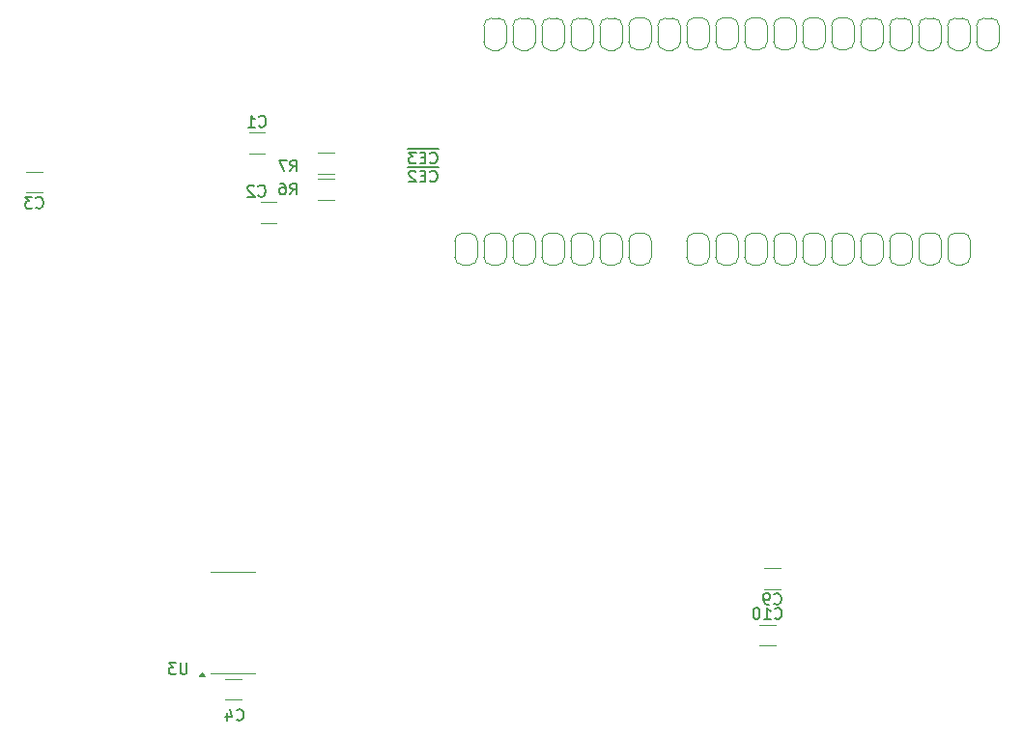
<source format=gbr>
%TF.GenerationSoftware,KiCad,Pcbnew,8.0.7-8.0.7-0~ubuntu22.04.1*%
%TF.CreationDate,2024-12-21T14:21:34+01:00*%
%TF.ProjectId,MMU_v1,4d4d555f-7631-42e6-9b69-6361645f7063,rev?*%
%TF.SameCoordinates,Original*%
%TF.FileFunction,Legend,Bot*%
%TF.FilePolarity,Positive*%
%FSLAX46Y46*%
G04 Gerber Fmt 4.6, Leading zero omitted, Abs format (unit mm)*
G04 Created by KiCad (PCBNEW 8.0.7-8.0.7-0~ubuntu22.04.1) date 2024-12-21 14:21:34*
%MOMM*%
%LPD*%
G01*
G04 APERTURE LIST*
%ADD10C,0.150000*%
%ADD11C,0.120000*%
G04 APERTURE END LIST*
D10*
X89175792Y-76434636D02*
X89223411Y-76482256D01*
X89223411Y-76482256D02*
X89366268Y-76529875D01*
X89366268Y-76529875D02*
X89461506Y-76529875D01*
X89461506Y-76529875D02*
X89604363Y-76482256D01*
X89604363Y-76482256D02*
X89699601Y-76387017D01*
X89699601Y-76387017D02*
X89747220Y-76291779D01*
X89747220Y-76291779D02*
X89794839Y-76101303D01*
X89794839Y-76101303D02*
X89794839Y-75958446D01*
X89794839Y-75958446D02*
X89747220Y-75767970D01*
X89747220Y-75767970D02*
X89699601Y-75672732D01*
X89699601Y-75672732D02*
X89604363Y-75577494D01*
X89604363Y-75577494D02*
X89461506Y-75529875D01*
X89461506Y-75529875D02*
X89366268Y-75529875D01*
X89366268Y-75529875D02*
X89223411Y-75577494D01*
X89223411Y-75577494D02*
X89175792Y-75625113D01*
X88747220Y-76006065D02*
X88413887Y-76006065D01*
X88271030Y-76529875D02*
X88747220Y-76529875D01*
X88747220Y-76529875D02*
X88747220Y-75529875D01*
X88747220Y-75529875D02*
X88271030Y-75529875D01*
X87937696Y-75529875D02*
X87318649Y-75529875D01*
X87318649Y-75529875D02*
X87651982Y-75910827D01*
X87651982Y-75910827D02*
X87509125Y-75910827D01*
X87509125Y-75910827D02*
X87413887Y-75958446D01*
X87413887Y-75958446D02*
X87366268Y-76006065D01*
X87366268Y-76006065D02*
X87318649Y-76101303D01*
X87318649Y-76101303D02*
X87318649Y-76339398D01*
X87318649Y-76339398D02*
X87366268Y-76434636D01*
X87366268Y-76434636D02*
X87413887Y-76482256D01*
X87413887Y-76482256D02*
X87509125Y-76529875D01*
X87509125Y-76529875D02*
X87794839Y-76529875D01*
X87794839Y-76529875D02*
X87890077Y-76482256D01*
X87890077Y-76482256D02*
X87937696Y-76434636D01*
X89885316Y-75252256D02*
X87228173Y-75252256D01*
X89175792Y-78044580D02*
X89223411Y-78092200D01*
X89223411Y-78092200D02*
X89366268Y-78139819D01*
X89366268Y-78139819D02*
X89461506Y-78139819D01*
X89461506Y-78139819D02*
X89604363Y-78092200D01*
X89604363Y-78092200D02*
X89699601Y-77996961D01*
X89699601Y-77996961D02*
X89747220Y-77901723D01*
X89747220Y-77901723D02*
X89794839Y-77711247D01*
X89794839Y-77711247D02*
X89794839Y-77568390D01*
X89794839Y-77568390D02*
X89747220Y-77377914D01*
X89747220Y-77377914D02*
X89699601Y-77282676D01*
X89699601Y-77282676D02*
X89604363Y-77187438D01*
X89604363Y-77187438D02*
X89461506Y-77139819D01*
X89461506Y-77139819D02*
X89366268Y-77139819D01*
X89366268Y-77139819D02*
X89223411Y-77187438D01*
X89223411Y-77187438D02*
X89175792Y-77235057D01*
X88747220Y-77616009D02*
X88413887Y-77616009D01*
X88271030Y-78139819D02*
X88747220Y-78139819D01*
X88747220Y-78139819D02*
X88747220Y-77139819D01*
X88747220Y-77139819D02*
X88271030Y-77139819D01*
X87890077Y-77235057D02*
X87842458Y-77187438D01*
X87842458Y-77187438D02*
X87747220Y-77139819D01*
X87747220Y-77139819D02*
X87509125Y-77139819D01*
X87509125Y-77139819D02*
X87413887Y-77187438D01*
X87413887Y-77187438D02*
X87366268Y-77235057D01*
X87366268Y-77235057D02*
X87318649Y-77330295D01*
X87318649Y-77330295D02*
X87318649Y-77425533D01*
X87318649Y-77425533D02*
X87366268Y-77568390D01*
X87366268Y-77568390D02*
X87937696Y-78139819D01*
X87937696Y-78139819D02*
X87318649Y-78139819D01*
X89885316Y-76862200D02*
X87228173Y-76862200D01*
X54641666Y-80352580D02*
X54689285Y-80400200D01*
X54689285Y-80400200D02*
X54832142Y-80447819D01*
X54832142Y-80447819D02*
X54927380Y-80447819D01*
X54927380Y-80447819D02*
X55070237Y-80400200D01*
X55070237Y-80400200D02*
X55165475Y-80304961D01*
X55165475Y-80304961D02*
X55213094Y-80209723D01*
X55213094Y-80209723D02*
X55260713Y-80019247D01*
X55260713Y-80019247D02*
X55260713Y-79876390D01*
X55260713Y-79876390D02*
X55213094Y-79685914D01*
X55213094Y-79685914D02*
X55165475Y-79590676D01*
X55165475Y-79590676D02*
X55070237Y-79495438D01*
X55070237Y-79495438D02*
X54927380Y-79447819D01*
X54927380Y-79447819D02*
X54832142Y-79447819D01*
X54832142Y-79447819D02*
X54689285Y-79495438D01*
X54689285Y-79495438D02*
X54641666Y-79543057D01*
X54308332Y-79447819D02*
X53689285Y-79447819D01*
X53689285Y-79447819D02*
X54022618Y-79828771D01*
X54022618Y-79828771D02*
X53879761Y-79828771D01*
X53879761Y-79828771D02*
X53784523Y-79876390D01*
X53784523Y-79876390D02*
X53736904Y-79924009D01*
X53736904Y-79924009D02*
X53689285Y-80019247D01*
X53689285Y-80019247D02*
X53689285Y-80257342D01*
X53689285Y-80257342D02*
X53736904Y-80352580D01*
X53736904Y-80352580D02*
X53784523Y-80400200D01*
X53784523Y-80400200D02*
X53879761Y-80447819D01*
X53879761Y-80447819D02*
X54165475Y-80447819D01*
X54165475Y-80447819D02*
X54260713Y-80400200D01*
X54260713Y-80400200D02*
X54308332Y-80352580D01*
X74170666Y-73223580D02*
X74218285Y-73271200D01*
X74218285Y-73271200D02*
X74361142Y-73318819D01*
X74361142Y-73318819D02*
X74456380Y-73318819D01*
X74456380Y-73318819D02*
X74599237Y-73271200D01*
X74599237Y-73271200D02*
X74694475Y-73175961D01*
X74694475Y-73175961D02*
X74742094Y-73080723D01*
X74742094Y-73080723D02*
X74789713Y-72890247D01*
X74789713Y-72890247D02*
X74789713Y-72747390D01*
X74789713Y-72747390D02*
X74742094Y-72556914D01*
X74742094Y-72556914D02*
X74694475Y-72461676D01*
X74694475Y-72461676D02*
X74599237Y-72366438D01*
X74599237Y-72366438D02*
X74456380Y-72318819D01*
X74456380Y-72318819D02*
X74361142Y-72318819D01*
X74361142Y-72318819D02*
X74218285Y-72366438D01*
X74218285Y-72366438D02*
X74170666Y-72414057D01*
X73218285Y-73318819D02*
X73789713Y-73318819D01*
X73503999Y-73318819D02*
X73503999Y-72318819D01*
X73503999Y-72318819D02*
X73599237Y-72461676D01*
X73599237Y-72461676D02*
X73694475Y-72556914D01*
X73694475Y-72556914D02*
X73789713Y-72604533D01*
X74121666Y-79319580D02*
X74169285Y-79367200D01*
X74169285Y-79367200D02*
X74312142Y-79414819D01*
X74312142Y-79414819D02*
X74407380Y-79414819D01*
X74407380Y-79414819D02*
X74550237Y-79367200D01*
X74550237Y-79367200D02*
X74645475Y-79271961D01*
X74645475Y-79271961D02*
X74693094Y-79176723D01*
X74693094Y-79176723D02*
X74740713Y-78986247D01*
X74740713Y-78986247D02*
X74740713Y-78843390D01*
X74740713Y-78843390D02*
X74693094Y-78652914D01*
X74693094Y-78652914D02*
X74645475Y-78557676D01*
X74645475Y-78557676D02*
X74550237Y-78462438D01*
X74550237Y-78462438D02*
X74407380Y-78414819D01*
X74407380Y-78414819D02*
X74312142Y-78414819D01*
X74312142Y-78414819D02*
X74169285Y-78462438D01*
X74169285Y-78462438D02*
X74121666Y-78510057D01*
X73740713Y-78510057D02*
X73693094Y-78462438D01*
X73693094Y-78462438D02*
X73597856Y-78414819D01*
X73597856Y-78414819D02*
X73359761Y-78414819D01*
X73359761Y-78414819D02*
X73264523Y-78462438D01*
X73264523Y-78462438D02*
X73216904Y-78510057D01*
X73216904Y-78510057D02*
X73169285Y-78605295D01*
X73169285Y-78605295D02*
X73169285Y-78700533D01*
X73169285Y-78700533D02*
X73216904Y-78843390D01*
X73216904Y-78843390D02*
X73788332Y-79414819D01*
X73788332Y-79414819D02*
X73169285Y-79414819D01*
X119328329Y-115087234D02*
X119375948Y-115134854D01*
X119375948Y-115134854D02*
X119518805Y-115182473D01*
X119518805Y-115182473D02*
X119614043Y-115182473D01*
X119614043Y-115182473D02*
X119756900Y-115134854D01*
X119756900Y-115134854D02*
X119852138Y-115039615D01*
X119852138Y-115039615D02*
X119899757Y-114944377D01*
X119899757Y-114944377D02*
X119947376Y-114753901D01*
X119947376Y-114753901D02*
X119947376Y-114611044D01*
X119947376Y-114611044D02*
X119899757Y-114420568D01*
X119899757Y-114420568D02*
X119852138Y-114325330D01*
X119852138Y-114325330D02*
X119756900Y-114230092D01*
X119756900Y-114230092D02*
X119614043Y-114182473D01*
X119614043Y-114182473D02*
X119518805Y-114182473D01*
X119518805Y-114182473D02*
X119375948Y-114230092D01*
X119375948Y-114230092D02*
X119328329Y-114277711D01*
X118852138Y-115182473D02*
X118661662Y-115182473D01*
X118661662Y-115182473D02*
X118566424Y-115134854D01*
X118566424Y-115134854D02*
X118518805Y-115087234D01*
X118518805Y-115087234D02*
X118423567Y-114944377D01*
X118423567Y-114944377D02*
X118375948Y-114753901D01*
X118375948Y-114753901D02*
X118375948Y-114372949D01*
X118375948Y-114372949D02*
X118423567Y-114277711D01*
X118423567Y-114277711D02*
X118471186Y-114230092D01*
X118471186Y-114230092D02*
X118566424Y-114182473D01*
X118566424Y-114182473D02*
X118756900Y-114182473D01*
X118756900Y-114182473D02*
X118852138Y-114230092D01*
X118852138Y-114230092D02*
X118899757Y-114277711D01*
X118899757Y-114277711D02*
X118947376Y-114372949D01*
X118947376Y-114372949D02*
X118947376Y-114611044D01*
X118947376Y-114611044D02*
X118899757Y-114706282D01*
X118899757Y-114706282D02*
X118852138Y-114753901D01*
X118852138Y-114753901D02*
X118756900Y-114801520D01*
X118756900Y-114801520D02*
X118566424Y-114801520D01*
X118566424Y-114801520D02*
X118471186Y-114753901D01*
X118471186Y-114753901D02*
X118423567Y-114706282D01*
X118423567Y-114706282D02*
X118375948Y-114611044D01*
X119394520Y-116355734D02*
X119442139Y-116403354D01*
X119442139Y-116403354D02*
X119584996Y-116450973D01*
X119584996Y-116450973D02*
X119680234Y-116450973D01*
X119680234Y-116450973D02*
X119823091Y-116403354D01*
X119823091Y-116403354D02*
X119918329Y-116308115D01*
X119918329Y-116308115D02*
X119965948Y-116212877D01*
X119965948Y-116212877D02*
X120013567Y-116022401D01*
X120013567Y-116022401D02*
X120013567Y-115879544D01*
X120013567Y-115879544D02*
X119965948Y-115689068D01*
X119965948Y-115689068D02*
X119918329Y-115593830D01*
X119918329Y-115593830D02*
X119823091Y-115498592D01*
X119823091Y-115498592D02*
X119680234Y-115450973D01*
X119680234Y-115450973D02*
X119584996Y-115450973D01*
X119584996Y-115450973D02*
X119442139Y-115498592D01*
X119442139Y-115498592D02*
X119394520Y-115546211D01*
X118442139Y-116450973D02*
X119013567Y-116450973D01*
X118727853Y-116450973D02*
X118727853Y-115450973D01*
X118727853Y-115450973D02*
X118823091Y-115593830D01*
X118823091Y-115593830D02*
X118918329Y-115689068D01*
X118918329Y-115689068D02*
X119013567Y-115736687D01*
X117823091Y-115450973D02*
X117727853Y-115450973D01*
X117727853Y-115450973D02*
X117632615Y-115498592D01*
X117632615Y-115498592D02*
X117584996Y-115546211D01*
X117584996Y-115546211D02*
X117537377Y-115641449D01*
X117537377Y-115641449D02*
X117489758Y-115831925D01*
X117489758Y-115831925D02*
X117489758Y-116070020D01*
X117489758Y-116070020D02*
X117537377Y-116260496D01*
X117537377Y-116260496D02*
X117584996Y-116355734D01*
X117584996Y-116355734D02*
X117632615Y-116403354D01*
X117632615Y-116403354D02*
X117727853Y-116450973D01*
X117727853Y-116450973D02*
X117823091Y-116450973D01*
X117823091Y-116450973D02*
X117918329Y-116403354D01*
X117918329Y-116403354D02*
X117965948Y-116355734D01*
X117965948Y-116355734D02*
X118013567Y-116260496D01*
X118013567Y-116260496D02*
X118061186Y-116070020D01*
X118061186Y-116070020D02*
X118061186Y-115831925D01*
X118061186Y-115831925D02*
X118013567Y-115641449D01*
X118013567Y-115641449D02*
X117965948Y-115546211D01*
X117965948Y-115546211D02*
X117918329Y-115498592D01*
X117918329Y-115498592D02*
X117823091Y-115450973D01*
X67858904Y-120269819D02*
X67858904Y-121079342D01*
X67858904Y-121079342D02*
X67811285Y-121174580D01*
X67811285Y-121174580D02*
X67763666Y-121222200D01*
X67763666Y-121222200D02*
X67668428Y-121269819D01*
X67668428Y-121269819D02*
X67477952Y-121269819D01*
X67477952Y-121269819D02*
X67382714Y-121222200D01*
X67382714Y-121222200D02*
X67335095Y-121174580D01*
X67335095Y-121174580D02*
X67287476Y-121079342D01*
X67287476Y-121079342D02*
X67287476Y-120269819D01*
X66906523Y-120269819D02*
X66287476Y-120269819D01*
X66287476Y-120269819D02*
X66620809Y-120650771D01*
X66620809Y-120650771D02*
X66477952Y-120650771D01*
X66477952Y-120650771D02*
X66382714Y-120698390D01*
X66382714Y-120698390D02*
X66335095Y-120746009D01*
X66335095Y-120746009D02*
X66287476Y-120841247D01*
X66287476Y-120841247D02*
X66287476Y-121079342D01*
X66287476Y-121079342D02*
X66335095Y-121174580D01*
X66335095Y-121174580D02*
X66382714Y-121222200D01*
X66382714Y-121222200D02*
X66477952Y-121269819D01*
X66477952Y-121269819D02*
X66763666Y-121269819D01*
X66763666Y-121269819D02*
X66858904Y-121222200D01*
X66858904Y-121222200D02*
X66906523Y-121174580D01*
X76915666Y-79232819D02*
X77248999Y-78756628D01*
X77487094Y-79232819D02*
X77487094Y-78232819D01*
X77487094Y-78232819D02*
X77106142Y-78232819D01*
X77106142Y-78232819D02*
X77010904Y-78280438D01*
X77010904Y-78280438D02*
X76963285Y-78328057D01*
X76963285Y-78328057D02*
X76915666Y-78423295D01*
X76915666Y-78423295D02*
X76915666Y-78566152D01*
X76915666Y-78566152D02*
X76963285Y-78661390D01*
X76963285Y-78661390D02*
X77010904Y-78709009D01*
X77010904Y-78709009D02*
X77106142Y-78756628D01*
X77106142Y-78756628D02*
X77487094Y-78756628D01*
X76058523Y-78232819D02*
X76248999Y-78232819D01*
X76248999Y-78232819D02*
X76344237Y-78280438D01*
X76344237Y-78280438D02*
X76391856Y-78328057D01*
X76391856Y-78328057D02*
X76487094Y-78470914D01*
X76487094Y-78470914D02*
X76534713Y-78661390D01*
X76534713Y-78661390D02*
X76534713Y-79042342D01*
X76534713Y-79042342D02*
X76487094Y-79137580D01*
X76487094Y-79137580D02*
X76439475Y-79185200D01*
X76439475Y-79185200D02*
X76344237Y-79232819D01*
X76344237Y-79232819D02*
X76153761Y-79232819D01*
X76153761Y-79232819D02*
X76058523Y-79185200D01*
X76058523Y-79185200D02*
X76010904Y-79137580D01*
X76010904Y-79137580D02*
X75963285Y-79042342D01*
X75963285Y-79042342D02*
X75963285Y-78804247D01*
X75963285Y-78804247D02*
X76010904Y-78709009D01*
X76010904Y-78709009D02*
X76058523Y-78661390D01*
X76058523Y-78661390D02*
X76153761Y-78613771D01*
X76153761Y-78613771D02*
X76344237Y-78613771D01*
X76344237Y-78613771D02*
X76439475Y-78661390D01*
X76439475Y-78661390D02*
X76487094Y-78709009D01*
X76487094Y-78709009D02*
X76534713Y-78804247D01*
X72216666Y-125238580D02*
X72264285Y-125286200D01*
X72264285Y-125286200D02*
X72407142Y-125333819D01*
X72407142Y-125333819D02*
X72502380Y-125333819D01*
X72502380Y-125333819D02*
X72645237Y-125286200D01*
X72645237Y-125286200D02*
X72740475Y-125190961D01*
X72740475Y-125190961D02*
X72788094Y-125095723D01*
X72788094Y-125095723D02*
X72835713Y-124905247D01*
X72835713Y-124905247D02*
X72835713Y-124762390D01*
X72835713Y-124762390D02*
X72788094Y-124571914D01*
X72788094Y-124571914D02*
X72740475Y-124476676D01*
X72740475Y-124476676D02*
X72645237Y-124381438D01*
X72645237Y-124381438D02*
X72502380Y-124333819D01*
X72502380Y-124333819D02*
X72407142Y-124333819D01*
X72407142Y-124333819D02*
X72264285Y-124381438D01*
X72264285Y-124381438D02*
X72216666Y-124429057D01*
X71359523Y-124667152D02*
X71359523Y-125333819D01*
X71597618Y-124286200D02*
X71835713Y-125000485D01*
X71835713Y-125000485D02*
X71216666Y-125000485D01*
X76915666Y-77200819D02*
X77248999Y-76724628D01*
X77487094Y-77200819D02*
X77487094Y-76200819D01*
X77487094Y-76200819D02*
X77106142Y-76200819D01*
X77106142Y-76200819D02*
X77010904Y-76248438D01*
X77010904Y-76248438D02*
X76963285Y-76296057D01*
X76963285Y-76296057D02*
X76915666Y-76391295D01*
X76915666Y-76391295D02*
X76915666Y-76534152D01*
X76915666Y-76534152D02*
X76963285Y-76629390D01*
X76963285Y-76629390D02*
X77010904Y-76677009D01*
X77010904Y-76677009D02*
X77106142Y-76724628D01*
X77106142Y-76724628D02*
X77487094Y-76724628D01*
X76582332Y-76200819D02*
X75915666Y-76200819D01*
X75915666Y-76200819D02*
X76344237Y-77200819D01*
D11*
%TO.C,C3*%
X55186252Y-77233000D02*
X53763748Y-77233000D01*
X55186252Y-79053000D02*
X53763748Y-79053000D01*
%TO.C,J52*%
X104029000Y-65866000D02*
X104029000Y-64466000D01*
X104729000Y-63766000D02*
X105329000Y-63766000D01*
X105329000Y-66566000D02*
X104729000Y-66566000D01*
X106029000Y-64466000D02*
X106029000Y-65866000D01*
X104029000Y-64466000D02*
G75*
G02*
X104729000Y-63766000I699999J1D01*
G01*
X104729000Y-66566000D02*
G75*
G02*
X104029000Y-65866000I0J700000D01*
G01*
X105329000Y-63766000D02*
G75*
G02*
X106029000Y-64466000I1J-699999D01*
G01*
X106029000Y-65866000D02*
G75*
G02*
X105329000Y-66566000I-700000J0D01*
G01*
%TO.C,J91*%
X121807353Y-84699801D02*
X121807353Y-83299801D01*
X122507353Y-82599801D02*
X123107353Y-82599801D01*
X123107353Y-85399801D02*
X122507353Y-85399801D01*
X123807353Y-83299801D02*
X123807353Y-84699801D01*
X121807353Y-83299801D02*
G75*
G02*
X122507353Y-82599801I700000J0D01*
G01*
X122507353Y-85399801D02*
G75*
G02*
X121807353Y-84699801I-1J699999D01*
G01*
X123107353Y-82599801D02*
G75*
G02*
X123807353Y-83299801I0J-700000D01*
G01*
X123807353Y-84699801D02*
G75*
G02*
X123107353Y-85399801I-699999J-1D01*
G01*
%TO.C,J8*%
X93869000Y-65866000D02*
X93869000Y-64466000D01*
X94569000Y-63766000D02*
X95169000Y-63766000D01*
X95169000Y-66566000D02*
X94569000Y-66566000D01*
X95869000Y-64466000D02*
X95869000Y-65866000D01*
X93869000Y-64466000D02*
G75*
G02*
X94569000Y-63766000I699999J1D01*
G01*
X94569000Y-66566000D02*
G75*
G02*
X93869000Y-65866000I0J700000D01*
G01*
X95169000Y-63766000D02*
G75*
G02*
X95869000Y-64466000I1J-699999D01*
G01*
X95869000Y-65866000D02*
G75*
G02*
X95169000Y-66566000I-700000J0D01*
G01*
%TO.C,J82*%
X134509000Y-65866000D02*
X134509000Y-64466000D01*
X135209000Y-63766000D02*
X135809000Y-63766000D01*
X135809000Y-66566000D02*
X135209000Y-66566000D01*
X136509000Y-64466000D02*
X136509000Y-65866000D01*
X134509000Y-64466000D02*
G75*
G02*
X135209000Y-63766000I699999J1D01*
G01*
X135209000Y-66566000D02*
G75*
G02*
X134509000Y-65866000I0J700000D01*
G01*
X135809000Y-63766000D02*
G75*
G02*
X136509000Y-64466000I1J-699999D01*
G01*
X136509000Y-65866000D02*
G75*
G02*
X135809000Y-66566000I-700000J0D01*
G01*
%TO.C,J78*%
X131969000Y-65866000D02*
X131969000Y-64466000D01*
X132669000Y-63766000D02*
X133269000Y-63766000D01*
X133269000Y-66566000D02*
X132669000Y-66566000D01*
X133969000Y-64466000D02*
X133969000Y-65866000D01*
X131969000Y-64466000D02*
G75*
G02*
X132669000Y-63766000I699999J1D01*
G01*
X132669000Y-66566000D02*
G75*
G02*
X131969000Y-65866000I0J700000D01*
G01*
X133269000Y-63766000D02*
G75*
G02*
X133969000Y-64466000I1J-699999D01*
G01*
X133969000Y-65866000D02*
G75*
G02*
X133269000Y-66566000I-700000J0D01*
G01*
%TO.C,J56*%
X109109000Y-65866000D02*
X109109000Y-64466000D01*
X109809000Y-63766000D02*
X110409000Y-63766000D01*
X110409000Y-66566000D02*
X109809000Y-66566000D01*
X111109000Y-64466000D02*
X111109000Y-65866000D01*
X109109000Y-64466000D02*
G75*
G02*
X109809000Y-63766000I699999J1D01*
G01*
X109809000Y-66566000D02*
G75*
G02*
X109109000Y-65866000I0J700000D01*
G01*
X110409000Y-63766000D02*
G75*
G02*
X111109000Y-64466000I1J-699999D01*
G01*
X111109000Y-65866000D02*
G75*
G02*
X110409000Y-66566000I-700000J0D01*
G01*
%TO.C,J94*%
X129429000Y-84704000D02*
X129429000Y-83304000D01*
X130129000Y-82604000D02*
X130729000Y-82604000D01*
X130729000Y-85404000D02*
X130129000Y-85404000D01*
X131429000Y-83304000D02*
X131429000Y-84704000D01*
X129429000Y-83304000D02*
G75*
G02*
X130129000Y-82604000I700000J0D01*
G01*
X130129000Y-85404000D02*
G75*
G02*
X129429000Y-84704000I-1J699999D01*
G01*
X130729000Y-82604000D02*
G75*
G02*
X131429000Y-83304000I0J-700000D01*
G01*
X131429000Y-84704000D02*
G75*
G02*
X130729000Y-85404000I-699999J-1D01*
G01*
%TO.C,J99*%
X131978293Y-84686575D02*
X131978293Y-83286575D01*
X132678293Y-82586575D02*
X133278293Y-82586575D01*
X133278293Y-85386575D02*
X132678293Y-85386575D01*
X133978293Y-83286575D02*
X133978293Y-84686575D01*
X131978293Y-83286575D02*
G75*
G02*
X132678293Y-82586575I700000J0D01*
G01*
X132678293Y-85386575D02*
G75*
G02*
X131978293Y-84686575I-1J699999D01*
G01*
X133278293Y-82586575D02*
G75*
G02*
X133978293Y-83286575I0J-700000D01*
G01*
X133978293Y-84686575D02*
G75*
G02*
X133278293Y-85386575I-699999J-1D01*
G01*
%TO.C,J84*%
X114189000Y-84704000D02*
X114189000Y-83304000D01*
X114889000Y-82604000D02*
X115489000Y-82604000D01*
X115489000Y-85404000D02*
X114889000Y-85404000D01*
X116189000Y-83304000D02*
X116189000Y-84704000D01*
X114189000Y-83304000D02*
G75*
G02*
X114889000Y-82604000I700000J0D01*
G01*
X114889000Y-85404000D02*
G75*
G02*
X114189000Y-84704000I-1J699999D01*
G01*
X115489000Y-82604000D02*
G75*
G02*
X116189000Y-83304000I0J-700000D01*
G01*
X116189000Y-84704000D02*
G75*
G02*
X115489000Y-85404000I-699999J-1D01*
G01*
%TO.C,J86*%
X119269000Y-84704000D02*
X119269000Y-83304000D01*
X119969000Y-82604000D02*
X120569000Y-82604000D01*
X120569000Y-85404000D02*
X119969000Y-85404000D01*
X121269000Y-83304000D02*
X121269000Y-84704000D01*
X119269000Y-83304000D02*
G75*
G02*
X119969000Y-82604000I700000J0D01*
G01*
X119969000Y-85404000D02*
G75*
G02*
X119269000Y-84704000I-1J699999D01*
G01*
X120569000Y-82604000D02*
G75*
G02*
X121269000Y-83304000I0J-700000D01*
G01*
X121269000Y-84704000D02*
G75*
G02*
X120569000Y-85404000I-699999J-1D01*
G01*
%TO.C,J93*%
X126887353Y-84699801D02*
X126887353Y-83299801D01*
X127587353Y-82599801D02*
X128187353Y-82599801D01*
X128187353Y-85399801D02*
X127587353Y-85399801D01*
X128887353Y-83299801D02*
X128887353Y-84699801D01*
X126887353Y-83299801D02*
G75*
G02*
X127587353Y-82599801I700000J0D01*
G01*
X127587353Y-85399801D02*
G75*
G02*
X126887353Y-84699801I-1J699999D01*
G01*
X128187353Y-82599801D02*
G75*
G02*
X128887353Y-83299801I0J-700000D01*
G01*
X128887353Y-84699801D02*
G75*
G02*
X128187353Y-85399801I-699999J-1D01*
G01*
%TO.C,J85*%
X116729000Y-84704000D02*
X116729000Y-83304000D01*
X117429000Y-82604000D02*
X118029000Y-82604000D01*
X118029000Y-85404000D02*
X117429000Y-85404000D01*
X118729000Y-83304000D02*
X118729000Y-84704000D01*
X116729000Y-83304000D02*
G75*
G02*
X117429000Y-82604000I700000J0D01*
G01*
X117429000Y-85404000D02*
G75*
G02*
X116729000Y-84704000I-1J699999D01*
G01*
X118029000Y-82604000D02*
G75*
G02*
X118729000Y-83304000I0J-700000D01*
G01*
X118729000Y-84704000D02*
G75*
G02*
X118029000Y-85404000I-699999J-1D01*
G01*
%TO.C,J12*%
X91329000Y-84704000D02*
X91329000Y-83304000D01*
X92029000Y-82604000D02*
X92629000Y-82604000D01*
X92629000Y-85404000D02*
X92029000Y-85404000D01*
X93329000Y-83304000D02*
X93329000Y-84704000D01*
X91329000Y-83304000D02*
G75*
G02*
X92029000Y-82604000I700000J0D01*
G01*
X92029000Y-85404000D02*
G75*
G02*
X91329000Y-84704000I-1J699999D01*
G01*
X92629000Y-82604000D02*
G75*
G02*
X93329000Y-83304000I0J-700000D01*
G01*
X93329000Y-84704000D02*
G75*
G02*
X92629000Y-85404000I-699999J-1D01*
G01*
%TO.C,J70*%
X121809000Y-65836000D02*
X121809000Y-64436000D01*
X122509000Y-63736000D02*
X123109000Y-63736000D01*
X123109000Y-66536000D02*
X122509000Y-66536000D01*
X123809000Y-64436000D02*
X123809000Y-65836000D01*
X121809000Y-64436000D02*
G75*
G02*
X122509000Y-63736000I699999J1D01*
G01*
X122509000Y-66536000D02*
G75*
G02*
X121809000Y-65836000I0J700000D01*
G01*
X123109000Y-63736000D02*
G75*
G02*
X123809000Y-64436000I1J-699999D01*
G01*
X123809000Y-65836000D02*
G75*
G02*
X123109000Y-66536000I-700000J0D01*
G01*
%TO.C,J13*%
X93869000Y-84704000D02*
X93869000Y-83304000D01*
X94569000Y-82604000D02*
X95169000Y-82604000D01*
X95169000Y-85404000D02*
X94569000Y-85404000D01*
X95869000Y-83304000D02*
X95869000Y-84704000D01*
X93869000Y-83304000D02*
G75*
G02*
X94569000Y-82604000I700000J0D01*
G01*
X94569000Y-85404000D02*
G75*
G02*
X93869000Y-84704000I-1J699999D01*
G01*
X95169000Y-82604000D02*
G75*
G02*
X95869000Y-83304000I0J-700000D01*
G01*
X95869000Y-84704000D02*
G75*
G02*
X95169000Y-85404000I-699999J-1D01*
G01*
%TO.C,J44*%
X106569000Y-84704000D02*
X106569000Y-83304000D01*
X107269000Y-82604000D02*
X107869000Y-82604000D01*
X107869000Y-85404000D02*
X107269000Y-85404000D01*
X108569000Y-83304000D02*
X108569000Y-84704000D01*
X106569000Y-83304000D02*
G75*
G02*
X107269000Y-82604000I700000J0D01*
G01*
X107269000Y-85404000D02*
G75*
G02*
X106569000Y-84704000I-1J699999D01*
G01*
X107869000Y-82604000D02*
G75*
G02*
X108569000Y-83304000I0J-700000D01*
G01*
X108569000Y-84704000D02*
G75*
G02*
X107869000Y-85404000I-699999J-1D01*
G01*
%TO.C,J92*%
X124347353Y-84699801D02*
X124347353Y-83299801D01*
X125047353Y-82599801D02*
X125647353Y-82599801D01*
X125647353Y-85399801D02*
X125047353Y-85399801D01*
X126347353Y-83299801D02*
X126347353Y-84699801D01*
X124347353Y-83299801D02*
G75*
G02*
X125047353Y-82599801I700000J0D01*
G01*
X125047353Y-85399801D02*
G75*
G02*
X124347353Y-84699801I-1J699999D01*
G01*
X125647353Y-82599801D02*
G75*
G02*
X126347353Y-83299801I0J-700000D01*
G01*
X126347353Y-84699801D02*
G75*
G02*
X125647353Y-85399801I-699999J-1D01*
G01*
%TO.C,J79*%
X111649000Y-84704000D02*
X111649000Y-83304000D01*
X112349000Y-82604000D02*
X112949000Y-82604000D01*
X112949000Y-85404000D02*
X112349000Y-85404000D01*
X113649000Y-83304000D02*
X113649000Y-84704000D01*
X111649000Y-83304000D02*
G75*
G02*
X112349000Y-82604000I700000J0D01*
G01*
X112349000Y-85404000D02*
G75*
G02*
X111649000Y-84704000I-1J699999D01*
G01*
X112949000Y-82604000D02*
G75*
G02*
X113649000Y-83304000I0J-700000D01*
G01*
X113649000Y-84704000D02*
G75*
G02*
X112949000Y-85404000I-699999J-1D01*
G01*
%TO.C,J11*%
X101489000Y-65866000D02*
X101489000Y-64466000D01*
X102189000Y-63766000D02*
X102789000Y-63766000D01*
X102789000Y-66566000D02*
X102189000Y-66566000D01*
X103489000Y-64466000D02*
X103489000Y-65866000D01*
X101489000Y-64466000D02*
G75*
G02*
X102189000Y-63766000I699999J1D01*
G01*
X102189000Y-66566000D02*
G75*
G02*
X101489000Y-65866000I0J700000D01*
G01*
X102789000Y-63766000D02*
G75*
G02*
X103489000Y-64466000I1J-699999D01*
G01*
X103489000Y-65866000D02*
G75*
G02*
X102789000Y-66566000I-700000J0D01*
G01*
%TO.C,C1*%
X73292748Y-73804000D02*
X74715252Y-73804000D01*
X73292748Y-75624000D02*
X74715252Y-75624000D01*
%TO.C,J62*%
X111649000Y-65836000D02*
X111649000Y-64436000D01*
X112349000Y-63736000D02*
X112949000Y-63736000D01*
X112949000Y-66536000D02*
X112349000Y-66536000D01*
X113649000Y-64436000D02*
X113649000Y-65836000D01*
X111649000Y-64436000D02*
G75*
G02*
X112349000Y-63736000I699999J1D01*
G01*
X112349000Y-66536000D02*
G75*
G02*
X111649000Y-65836000I0J700000D01*
G01*
X112949000Y-63736000D02*
G75*
G02*
X113649000Y-64436000I1J-699999D01*
G01*
X113649000Y-65836000D02*
G75*
G02*
X112949000Y-66536000I-700000J0D01*
G01*
%TO.C,C2*%
X74308748Y-79900000D02*
X75731252Y-79900000D01*
X74308748Y-81720000D02*
X75731252Y-81720000D01*
%TO.C,C9*%
X119872915Y-111967654D02*
X118450411Y-111967654D01*
X119872915Y-113787654D02*
X118450411Y-113787654D01*
%TO.C,J55*%
X106569000Y-65836000D02*
X106569000Y-64436000D01*
X107269000Y-63736000D02*
X107869000Y-63736000D01*
X107869000Y-66536000D02*
X107269000Y-66536000D01*
X108569000Y-64436000D02*
X108569000Y-65836000D01*
X106569000Y-64436000D02*
G75*
G02*
X107269000Y-63736000I699999J1D01*
G01*
X107269000Y-66536000D02*
G75*
G02*
X106569000Y-65836000I0J700000D01*
G01*
X107869000Y-63736000D02*
G75*
G02*
X108569000Y-64436000I1J-699999D01*
G01*
X108569000Y-65836000D02*
G75*
G02*
X107869000Y-66536000I-700000J0D01*
G01*
%TO.C,J77*%
X129429000Y-65866000D02*
X129429000Y-64466000D01*
X130129000Y-63766000D02*
X130729000Y-63766000D01*
X130729000Y-66566000D02*
X130129000Y-66566000D01*
X131429000Y-64466000D02*
X131429000Y-65866000D01*
X129429000Y-64466000D02*
G75*
G02*
X130129000Y-63766000I699999J1D01*
G01*
X130129000Y-66566000D02*
G75*
G02*
X129429000Y-65866000I0J700000D01*
G01*
X130729000Y-63766000D02*
G75*
G02*
X131429000Y-64466000I1J-699999D01*
G01*
X131429000Y-65866000D02*
G75*
G02*
X130729000Y-66566000I-700000J0D01*
G01*
%TO.C,C10*%
X118040411Y-116936154D02*
X119462915Y-116936154D01*
X118040411Y-118756154D02*
X119462915Y-118756154D01*
%TO.C,J66*%
X116729000Y-65836000D02*
X116729000Y-64436000D01*
X117429000Y-63736000D02*
X118029000Y-63736000D01*
X118029000Y-66536000D02*
X117429000Y-66536000D01*
X118729000Y-64436000D02*
X118729000Y-65836000D01*
X116729000Y-64436000D02*
G75*
G02*
X117429000Y-63736000I699999J1D01*
G01*
X117429000Y-66536000D02*
G75*
G02*
X116729000Y-65836000I0J700000D01*
G01*
X118029000Y-63736000D02*
G75*
G02*
X118729000Y-64436000I1J-699999D01*
G01*
X118729000Y-65836000D02*
G75*
G02*
X118029000Y-66536000I-700000J0D01*
G01*
%TO.C,U3*%
X69908000Y-112316000D02*
X71858000Y-112316000D01*
X69908000Y-121186000D02*
X71858000Y-121186000D01*
X73808000Y-112316000D02*
X71858000Y-112316000D01*
X73808000Y-121186000D02*
X71858000Y-121186000D01*
X69398000Y-121451000D02*
X68918000Y-121451000D01*
X69158000Y-121121000D01*
X69398000Y-121451000D01*
G36*
X69398000Y-121451000D02*
G01*
X68918000Y-121451000D01*
X69158000Y-121121000D01*
X69398000Y-121451000D01*
G37*
%TO.C,J76*%
X126889000Y-65866000D02*
X126889000Y-64466000D01*
X127589000Y-63766000D02*
X128189000Y-63766000D01*
X128189000Y-66566000D02*
X127589000Y-66566000D01*
X128889000Y-64466000D02*
X128889000Y-65866000D01*
X126889000Y-64466000D02*
G75*
G02*
X127589000Y-63766000I699999J1D01*
G01*
X127589000Y-66566000D02*
G75*
G02*
X126889000Y-65866000I0J700000D01*
G01*
X128189000Y-63766000D02*
G75*
G02*
X128889000Y-64466000I1J-699999D01*
G01*
X128889000Y-65866000D02*
G75*
G02*
X128189000Y-66566000I-700000J0D01*
G01*
%TO.C,J43*%
X104029000Y-84704000D02*
X104029000Y-83304000D01*
X104729000Y-82604000D02*
X105329000Y-82604000D01*
X105329000Y-85404000D02*
X104729000Y-85404000D01*
X106029000Y-83304000D02*
X106029000Y-84704000D01*
X104029000Y-83304000D02*
G75*
G02*
X104729000Y-82604000I700000J0D01*
G01*
X104729000Y-85404000D02*
G75*
G02*
X104029000Y-84704000I-1J699999D01*
G01*
X105329000Y-82604000D02*
G75*
G02*
X106029000Y-83304000I0J-700000D01*
G01*
X106029000Y-84704000D02*
G75*
G02*
X105329000Y-85404000I-699999J-1D01*
G01*
%TO.C,J39*%
X98949000Y-84704000D02*
X98949000Y-83304000D01*
X99649000Y-82604000D02*
X100249000Y-82604000D01*
X100249000Y-85404000D02*
X99649000Y-85404000D01*
X100949000Y-83304000D02*
X100949000Y-84704000D01*
X98949000Y-83304000D02*
G75*
G02*
X99649000Y-82604000I700000J0D01*
G01*
X99649000Y-85404000D02*
G75*
G02*
X98949000Y-84704000I-1J699999D01*
G01*
X100249000Y-82604000D02*
G75*
G02*
X100949000Y-83304000I0J-700000D01*
G01*
X100949000Y-84704000D02*
G75*
G02*
X100249000Y-85404000I-699999J-1D01*
G01*
%TO.C,J63*%
X114189000Y-65836000D02*
X114189000Y-64436000D01*
X114889000Y-63736000D02*
X115489000Y-63736000D01*
X115489000Y-66536000D02*
X114889000Y-66536000D01*
X116189000Y-64436000D02*
X116189000Y-65836000D01*
X114189000Y-64436000D02*
G75*
G02*
X114889000Y-63736000I699999J1D01*
G01*
X114889000Y-66536000D02*
G75*
G02*
X114189000Y-65836000I0J700000D01*
G01*
X115489000Y-63736000D02*
G75*
G02*
X116189000Y-64436000I1J-699999D01*
G01*
X116189000Y-65836000D02*
G75*
G02*
X115489000Y-66536000I-700000J0D01*
G01*
%TO.C,J100*%
X134518293Y-84686575D02*
X134518293Y-83286575D01*
X135218293Y-82586575D02*
X135818293Y-82586575D01*
X135818293Y-85386575D02*
X135218293Y-85386575D01*
X136518293Y-83286575D02*
X136518293Y-84686575D01*
X134518293Y-83286575D02*
G75*
G02*
X135218293Y-82586575I700000J0D01*
G01*
X135218293Y-85386575D02*
G75*
G02*
X134518293Y-84686575I-1J699999D01*
G01*
X135818293Y-82586575D02*
G75*
G02*
X136518293Y-83286575I0J-700000D01*
G01*
X136518293Y-84686575D02*
G75*
G02*
X135818293Y-85386575I-699999J-1D01*
G01*
%TO.C,J9*%
X96409000Y-65866000D02*
X96409000Y-64466000D01*
X97109000Y-63766000D02*
X97709000Y-63766000D01*
X97709000Y-66566000D02*
X97109000Y-66566000D01*
X98409000Y-64466000D02*
X98409000Y-65866000D01*
X96409000Y-64466000D02*
G75*
G02*
X97109000Y-63766000I699999J1D01*
G01*
X97109000Y-66566000D02*
G75*
G02*
X96409000Y-65866000I0J700000D01*
G01*
X97709000Y-63766000D02*
G75*
G02*
X98409000Y-64466000I1J-699999D01*
G01*
X98409000Y-65866000D02*
G75*
G02*
X97709000Y-66566000I-700000J0D01*
G01*
%TO.C,J14*%
X96409000Y-84704000D02*
X96409000Y-83304000D01*
X97109000Y-82604000D02*
X97709000Y-82604000D01*
X97709000Y-85404000D02*
X97109000Y-85404000D01*
X98409000Y-83304000D02*
X98409000Y-84704000D01*
X96409000Y-83304000D02*
G75*
G02*
X97109000Y-82604000I700000J0D01*
G01*
X97109000Y-85404000D02*
G75*
G02*
X96409000Y-84704000I-1J699999D01*
G01*
X97709000Y-82604000D02*
G75*
G02*
X98409000Y-83304000I0J-700000D01*
G01*
X98409000Y-84704000D02*
G75*
G02*
X97709000Y-85404000I-699999J-1D01*
G01*
%TO.C,J69*%
X119269000Y-65836000D02*
X119269000Y-64436000D01*
X119969000Y-63736000D02*
X120569000Y-63736000D01*
X120569000Y-66536000D02*
X119969000Y-66536000D01*
X121269000Y-64436000D02*
X121269000Y-65836000D01*
X119269000Y-64436000D02*
G75*
G02*
X119969000Y-63736000I699999J1D01*
G01*
X119969000Y-66536000D02*
G75*
G02*
X119269000Y-65836000I0J700000D01*
G01*
X120569000Y-63736000D02*
G75*
G02*
X121269000Y-64436000I1J-699999D01*
G01*
X121269000Y-65836000D02*
G75*
G02*
X120569000Y-66536000I-700000J0D01*
G01*
%TO.C,R6*%
X80778064Y-77868000D02*
X79323936Y-77868000D01*
X80778064Y-79688000D02*
X79323936Y-79688000D01*
%TO.C,J75*%
X124349000Y-65836000D02*
X124349000Y-64436000D01*
X125049000Y-63736000D02*
X125649000Y-63736000D01*
X125649000Y-66536000D02*
X125049000Y-66536000D01*
X126349000Y-64436000D02*
X126349000Y-65836000D01*
X124349000Y-64436000D02*
G75*
G02*
X125049000Y-63736000I699999J1D01*
G01*
X125049000Y-66536000D02*
G75*
G02*
X124349000Y-65836000I0J700000D01*
G01*
X125649000Y-63736000D02*
G75*
G02*
X126349000Y-64436000I1J-699999D01*
G01*
X126349000Y-65836000D02*
G75*
G02*
X125649000Y-66536000I-700000J0D01*
G01*
%TO.C,C4*%
X71224748Y-121683000D02*
X72647252Y-121683000D01*
X71224748Y-123503000D02*
X72647252Y-123503000D01*
%TO.C,J41*%
X101489000Y-84704000D02*
X101489000Y-83304000D01*
X102189000Y-82604000D02*
X102789000Y-82604000D01*
X102789000Y-85404000D02*
X102189000Y-85404000D01*
X103489000Y-83304000D02*
X103489000Y-84704000D01*
X101489000Y-83304000D02*
G75*
G02*
X102189000Y-82604000I700000J0D01*
G01*
X102189000Y-85404000D02*
G75*
G02*
X101489000Y-84704000I-1J699999D01*
G01*
X102789000Y-82604000D02*
G75*
G02*
X103489000Y-83304000I0J-700000D01*
G01*
X103489000Y-84704000D02*
G75*
G02*
X102789000Y-85404000I-699999J-1D01*
G01*
%TO.C,J83*%
X137049000Y-65866000D02*
X137049000Y-64466000D01*
X137749000Y-63766000D02*
X138349000Y-63766000D01*
X138349000Y-66566000D02*
X137749000Y-66566000D01*
X139049000Y-64466000D02*
X139049000Y-65866000D01*
X137049000Y-64466000D02*
G75*
G02*
X137749000Y-63766000I699999J1D01*
G01*
X137749000Y-66566000D02*
G75*
G02*
X137049000Y-65866000I0J700000D01*
G01*
X138349000Y-63766000D02*
G75*
G02*
X139049000Y-64466000I1J-699999D01*
G01*
X139049000Y-65866000D02*
G75*
G02*
X138349000Y-66566000I-700000J0D01*
G01*
%TO.C,J10*%
X98949000Y-65866000D02*
X98949000Y-64466000D01*
X99649000Y-63766000D02*
X100249000Y-63766000D01*
X100249000Y-66566000D02*
X99649000Y-66566000D01*
X100949000Y-64466000D02*
X100949000Y-65866000D01*
X98949000Y-64466000D02*
G75*
G02*
X99649000Y-63766000I699999J1D01*
G01*
X99649000Y-66566000D02*
G75*
G02*
X98949000Y-65866000I0J700000D01*
G01*
X100249000Y-63766000D02*
G75*
G02*
X100949000Y-64466000I1J-699999D01*
G01*
X100949000Y-65866000D02*
G75*
G02*
X100249000Y-66566000I-700000J0D01*
G01*
%TO.C,R7*%
X80778064Y-75582000D02*
X79323936Y-75582000D01*
X80778064Y-77402000D02*
X79323936Y-77402000D01*
%TD*%
M02*

</source>
